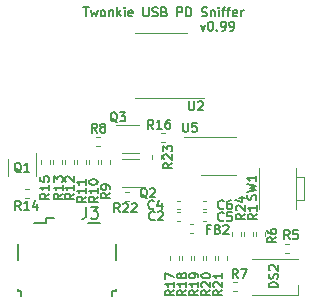
<source format=gto>
%TF.GenerationSoftware,KiCad,Pcbnew,(5.1.7)-1*%
%TF.CreationDate,2020-11-18T22:53:05+01:00*%
%TF.ProjectId,twonkie,74776f6e-6b69-4652-9e6b-696361645f70,rev?*%
%TF.SameCoordinates,PX448d510PY20b3950*%
%TF.FileFunction,Legend,Top*%
%TF.FilePolarity,Positive*%
%FSLAX46Y46*%
G04 Gerber Fmt 4.6, Leading zero omitted, Abs format (unit mm)*
G04 Created by KiCad (PCBNEW (5.1.7)-1) date 2020-11-18 22:53:05*
%MOMM*%
%LPD*%
G01*
G04 APERTURE LIST*
%ADD10C,0.127000*%
%ADD11C,0.150000*%
%ADD12C,0.120000*%
G04 APERTURE END LIST*
D10*
X16654235Y-2122714D02*
X16835664Y-2630714D01*
X17017092Y-2122714D01*
X17452521Y-1868714D02*
X17525092Y-1868714D01*
X17597664Y-1905000D01*
X17633950Y-1941285D01*
X17670235Y-2013857D01*
X17706521Y-2159000D01*
X17706521Y-2340428D01*
X17670235Y-2485571D01*
X17633950Y-2558142D01*
X17597664Y-2594428D01*
X17525092Y-2630714D01*
X17452521Y-2630714D01*
X17379950Y-2594428D01*
X17343664Y-2558142D01*
X17307378Y-2485571D01*
X17271092Y-2340428D01*
X17271092Y-2159000D01*
X17307378Y-2013857D01*
X17343664Y-1941285D01*
X17379950Y-1905000D01*
X17452521Y-1868714D01*
X18033092Y-2558142D02*
X18069378Y-2594428D01*
X18033092Y-2630714D01*
X17996807Y-2594428D01*
X18033092Y-2558142D01*
X18033092Y-2630714D01*
X18432235Y-2630714D02*
X18577378Y-2630714D01*
X18649950Y-2594428D01*
X18686235Y-2558142D01*
X18758807Y-2449285D01*
X18795092Y-2304142D01*
X18795092Y-2013857D01*
X18758807Y-1941285D01*
X18722521Y-1905000D01*
X18649950Y-1868714D01*
X18504807Y-1868714D01*
X18432235Y-1905000D01*
X18395950Y-1941285D01*
X18359664Y-2013857D01*
X18359664Y-2195285D01*
X18395950Y-2267857D01*
X18432235Y-2304142D01*
X18504807Y-2340428D01*
X18649950Y-2340428D01*
X18722521Y-2304142D01*
X18758807Y-2267857D01*
X18795092Y-2195285D01*
X19157950Y-2630714D02*
X19303092Y-2630714D01*
X19375664Y-2594428D01*
X19411950Y-2558142D01*
X19484521Y-2449285D01*
X19520807Y-2304142D01*
X19520807Y-2013857D01*
X19484521Y-1941285D01*
X19448235Y-1905000D01*
X19375664Y-1868714D01*
X19230521Y-1868714D01*
X19157950Y-1905000D01*
X19121664Y-1941285D01*
X19085378Y-2013857D01*
X19085378Y-2195285D01*
X19121664Y-2267857D01*
X19157950Y-2304142D01*
X19230521Y-2340428D01*
X19375664Y-2340428D01*
X19448235Y-2304142D01*
X19484521Y-2267857D01*
X19520807Y-2195285D01*
X6740071Y-662214D02*
X7175500Y-662214D01*
X6957785Y-1424214D02*
X6957785Y-662214D01*
X7356928Y-916214D02*
X7502071Y-1424214D01*
X7647214Y-1061357D01*
X7792357Y-1424214D01*
X7937500Y-916214D01*
X8336642Y-1424214D02*
X8264071Y-1387928D01*
X8227785Y-1351642D01*
X8191500Y-1279071D01*
X8191500Y-1061357D01*
X8227785Y-988785D01*
X8264071Y-952500D01*
X8336642Y-916214D01*
X8445500Y-916214D01*
X8518071Y-952500D01*
X8554357Y-988785D01*
X8590642Y-1061357D01*
X8590642Y-1279071D01*
X8554357Y-1351642D01*
X8518071Y-1387928D01*
X8445500Y-1424214D01*
X8336642Y-1424214D01*
X8917214Y-916214D02*
X8917214Y-1424214D01*
X8917214Y-988785D02*
X8953500Y-952500D01*
X9026071Y-916214D01*
X9134928Y-916214D01*
X9207500Y-952500D01*
X9243785Y-1025071D01*
X9243785Y-1424214D01*
X9606642Y-1424214D02*
X9606642Y-662214D01*
X9679214Y-1133928D02*
X9896928Y-1424214D01*
X9896928Y-916214D02*
X9606642Y-1206500D01*
X10223500Y-1424214D02*
X10223500Y-916214D01*
X10223500Y-662214D02*
X10187214Y-698500D01*
X10223500Y-734785D01*
X10259785Y-698500D01*
X10223500Y-662214D01*
X10223500Y-734785D01*
X10876642Y-1387928D02*
X10804071Y-1424214D01*
X10658928Y-1424214D01*
X10586357Y-1387928D01*
X10550071Y-1315357D01*
X10550071Y-1025071D01*
X10586357Y-952500D01*
X10658928Y-916214D01*
X10804071Y-916214D01*
X10876642Y-952500D01*
X10912928Y-1025071D01*
X10912928Y-1097642D01*
X10550071Y-1170214D01*
X11820071Y-662214D02*
X11820071Y-1279071D01*
X11856357Y-1351642D01*
X11892642Y-1387928D01*
X11965214Y-1424214D01*
X12110357Y-1424214D01*
X12182928Y-1387928D01*
X12219214Y-1351642D01*
X12255500Y-1279071D01*
X12255500Y-662214D01*
X12582071Y-1387928D02*
X12690928Y-1424214D01*
X12872357Y-1424214D01*
X12944928Y-1387928D01*
X12981214Y-1351642D01*
X13017500Y-1279071D01*
X13017500Y-1206500D01*
X12981214Y-1133928D01*
X12944928Y-1097642D01*
X12872357Y-1061357D01*
X12727214Y-1025071D01*
X12654642Y-988785D01*
X12618357Y-952500D01*
X12582071Y-879928D01*
X12582071Y-807357D01*
X12618357Y-734785D01*
X12654642Y-698500D01*
X12727214Y-662214D01*
X12908642Y-662214D01*
X13017500Y-698500D01*
X13598071Y-1025071D02*
X13706928Y-1061357D01*
X13743214Y-1097642D01*
X13779500Y-1170214D01*
X13779500Y-1279071D01*
X13743214Y-1351642D01*
X13706928Y-1387928D01*
X13634357Y-1424214D01*
X13344071Y-1424214D01*
X13344071Y-662214D01*
X13598071Y-662214D01*
X13670642Y-698500D01*
X13706928Y-734785D01*
X13743214Y-807357D01*
X13743214Y-879928D01*
X13706928Y-952500D01*
X13670642Y-988785D01*
X13598071Y-1025071D01*
X13344071Y-1025071D01*
X14686642Y-1424214D02*
X14686642Y-662214D01*
X14976928Y-662214D01*
X15049500Y-698500D01*
X15085785Y-734785D01*
X15122071Y-807357D01*
X15122071Y-916214D01*
X15085785Y-988785D01*
X15049500Y-1025071D01*
X14976928Y-1061357D01*
X14686642Y-1061357D01*
X15448642Y-1424214D02*
X15448642Y-662214D01*
X15630071Y-662214D01*
X15738928Y-698500D01*
X15811500Y-771071D01*
X15847785Y-843642D01*
X15884071Y-988785D01*
X15884071Y-1097642D01*
X15847785Y-1242785D01*
X15811500Y-1315357D01*
X15738928Y-1387928D01*
X15630071Y-1424214D01*
X15448642Y-1424214D01*
X16754928Y-1387928D02*
X16863785Y-1424214D01*
X17045214Y-1424214D01*
X17117785Y-1387928D01*
X17154071Y-1351642D01*
X17190357Y-1279071D01*
X17190357Y-1206500D01*
X17154071Y-1133928D01*
X17117785Y-1097642D01*
X17045214Y-1061357D01*
X16900071Y-1025071D01*
X16827500Y-988785D01*
X16791214Y-952500D01*
X16754928Y-879928D01*
X16754928Y-807357D01*
X16791214Y-734785D01*
X16827500Y-698500D01*
X16900071Y-662214D01*
X17081500Y-662214D01*
X17190357Y-698500D01*
X17516928Y-916214D02*
X17516928Y-1424214D01*
X17516928Y-988785D02*
X17553214Y-952500D01*
X17625785Y-916214D01*
X17734642Y-916214D01*
X17807214Y-952500D01*
X17843500Y-1025071D01*
X17843500Y-1424214D01*
X18206357Y-1424214D02*
X18206357Y-916214D01*
X18206357Y-662214D02*
X18170071Y-698500D01*
X18206357Y-734785D01*
X18242642Y-698500D01*
X18206357Y-662214D01*
X18206357Y-734785D01*
X18460357Y-916214D02*
X18750642Y-916214D01*
X18569214Y-1424214D02*
X18569214Y-771071D01*
X18605500Y-698500D01*
X18678071Y-662214D01*
X18750642Y-662214D01*
X18895785Y-916214D02*
X19186071Y-916214D01*
X19004642Y-1424214D02*
X19004642Y-771071D01*
X19040928Y-698500D01*
X19113500Y-662214D01*
X19186071Y-662214D01*
X19730357Y-1387928D02*
X19657785Y-1424214D01*
X19512642Y-1424214D01*
X19440071Y-1387928D01*
X19403785Y-1315357D01*
X19403785Y-1025071D01*
X19440071Y-952500D01*
X19512642Y-916214D01*
X19657785Y-916214D01*
X19730357Y-952500D01*
X19766642Y-1025071D01*
X19766642Y-1097642D01*
X19403785Y-1170214D01*
X20093214Y-1424214D02*
X20093214Y-916214D01*
X20093214Y-1061357D02*
X20129500Y-988785D01*
X20165785Y-952500D01*
X20238357Y-916214D01*
X20310928Y-916214D01*
D11*
%TO.C,J3*%
X7134000Y-18936000D02*
X8134000Y-18936000D01*
X3534000Y-18936000D02*
X2534000Y-18936000D01*
X3534000Y-18511000D02*
X3534000Y-18936000D01*
X4259000Y-18511000D02*
X3534000Y-18511000D01*
X9484000Y-22086000D02*
X9484000Y-20686000D01*
X9484000Y-24636000D02*
X9484000Y-24486000D01*
X9184000Y-24636000D02*
X9484000Y-24636000D01*
X9184000Y-25086000D02*
X9184000Y-24636000D01*
X1484000Y-24636000D02*
X1484000Y-25086000D01*
X1184000Y-24636000D02*
X1484000Y-24636000D01*
X1184000Y-24486000D02*
X1184000Y-24636000D01*
X1184000Y-20686000D02*
X1184000Y-22086000D01*
D12*
%TO.C,R24*%
X19305000Y-20043121D02*
X19305000Y-19707879D01*
X20065000Y-20043121D02*
X20065000Y-19707879D01*
%TO.C,U2*%
X13335000Y-8323000D02*
X16935000Y-8323000D01*
X13335000Y-8323000D02*
X11135000Y-8323000D01*
X13335000Y-2853000D02*
X15535000Y-2853000D01*
X13335000Y-2853000D02*
X11135000Y-2853000D01*
%TO.C,Q3*%
X11431500Y-10651000D02*
X9531500Y-10651000D01*
X10031500Y-12971000D02*
X11431500Y-12971000D01*
%TO.C,C2*%
X14641565Y-18016900D02*
X14873235Y-18016900D01*
X14641565Y-18736900D02*
X14873235Y-18736900D01*
%TO.C,C4*%
X14641565Y-17013600D02*
X14873235Y-17013600D01*
X14641565Y-17733600D02*
X14873235Y-17733600D01*
%TO.C,R14*%
X1800879Y-16003000D02*
X2136121Y-16003000D01*
X1800879Y-16763000D02*
X2136121Y-16763000D01*
%TO.C,R16*%
X13294379Y-11304000D02*
X13629621Y-11304000D01*
X13294379Y-12064000D02*
X13629621Y-12064000D01*
%TO.C,SW1*%
X24727500Y-14252000D02*
X24727500Y-17752000D01*
X21627500Y-17752000D02*
X21627500Y-14252000D01*
X25377500Y-16952000D02*
X24727500Y-16952000D01*
X25377500Y-15052000D02*
X25377500Y-16952000D01*
X24727500Y-15052000D02*
X25377500Y-15052000D01*
%TO.C,U5*%
X18161000Y-14818000D02*
X19661000Y-14818000D01*
X18161000Y-14818000D02*
X16661000Y-14818000D01*
X18161000Y-11598000D02*
X19661000Y-11598000D01*
X18161000Y-11598000D02*
X15236000Y-11598000D01*
%TO.C,R23*%
X13334000Y-13167379D02*
X13334000Y-13502621D01*
X12574000Y-13167379D02*
X12574000Y-13502621D01*
%TO.C,R22*%
X10581621Y-17017000D02*
X10246379Y-17017000D01*
X10581621Y-16257000D02*
X10246379Y-16257000D01*
%TO.C,R21*%
X18858500Y-21739879D02*
X18858500Y-22075121D01*
X18098500Y-21739879D02*
X18098500Y-22075121D01*
%TO.C,R20*%
X17842500Y-21739879D02*
X17842500Y-22075121D01*
X17082500Y-21739879D02*
X17082500Y-22075121D01*
%TO.C,R19*%
X16826500Y-21739879D02*
X16826500Y-22075121D01*
X16066500Y-21739879D02*
X16066500Y-22075121D01*
%TO.C,R18*%
X15810500Y-21739879D02*
X15810500Y-22075121D01*
X15050500Y-21739879D02*
X15050500Y-22075121D01*
%TO.C,R17*%
X14794500Y-21739879D02*
X14794500Y-22075121D01*
X14034500Y-21739879D02*
X14034500Y-22075121D01*
%TO.C,R15*%
X3872500Y-13548379D02*
X3872500Y-13883621D01*
X3112500Y-13548379D02*
X3112500Y-13883621D01*
%TO.C,R13*%
X4128500Y-13883621D02*
X4128500Y-13548379D01*
X4888500Y-13883621D02*
X4888500Y-13548379D01*
%TO.C,R12*%
X5144500Y-13883621D02*
X5144500Y-13548379D01*
X5904500Y-13883621D02*
X5904500Y-13548379D01*
%TO.C,R11*%
X6160500Y-13883621D02*
X6160500Y-13548379D01*
X6920500Y-13883621D02*
X6920500Y-13548379D01*
%TO.C,R10*%
X7176500Y-13883621D02*
X7176500Y-13548379D01*
X7936500Y-13883621D02*
X7936500Y-13548379D01*
%TO.C,R9*%
X8192500Y-13883621D02*
X8192500Y-13548379D01*
X8952500Y-13883621D02*
X8952500Y-13548379D01*
%TO.C,R8*%
X8105121Y-12381500D02*
X7769879Y-12381500D01*
X8105121Y-11621500D02*
X7769879Y-11621500D01*
%TO.C,R7*%
X19725621Y-24637000D02*
X19390379Y-24637000D01*
X19725621Y-23877000D02*
X19390379Y-23877000D01*
%TO.C,R6*%
X21337000Y-20043121D02*
X21337000Y-19707879D01*
X22097000Y-20043121D02*
X22097000Y-19707879D01*
%TO.C,R5*%
X24170621Y-21462000D02*
X23835379Y-21462000D01*
X24170621Y-20702000D02*
X23835379Y-20702000D01*
%TO.C,R1*%
X21081000Y-19707879D02*
X21081000Y-20043121D01*
X20321000Y-19707879D02*
X20321000Y-20043121D01*
%TO.C,Q2*%
X10031500Y-15828500D02*
X11931500Y-15828500D01*
X11431500Y-13508500D02*
X10031500Y-13508500D01*
%TO.C,Q1*%
X2684000Y-14924000D02*
X2684000Y-13024000D01*
X364000Y-13524000D02*
X364000Y-14924000D01*
%TO.C,FB2*%
X15774800Y-19032900D02*
X15975200Y-19032900D01*
X15774800Y-19752900D02*
X15975200Y-19752900D01*
%TO.C,DS2*%
X24937000Y-24195000D02*
X24937000Y-24995000D01*
X24937000Y-24995000D02*
X21037000Y-24995000D01*
X24937000Y-21995000D02*
X21037000Y-21995000D01*
%TO.C,C6*%
X17108435Y-17733600D02*
X16876765Y-17733600D01*
X17108435Y-17013600D02*
X16876765Y-17013600D01*
%TO.C,C5*%
X17108435Y-18736900D02*
X16876765Y-18736900D01*
X17108435Y-18016900D02*
X16876765Y-18016900D01*
%TO.C,J3*%
D11*
X6969166Y-17549880D02*
X6969166Y-18264166D01*
X6921547Y-18407023D01*
X6826309Y-18502261D01*
X6683452Y-18549880D01*
X6588214Y-18549880D01*
X7350119Y-17549880D02*
X7969166Y-17549880D01*
X7635833Y-17930833D01*
X7778690Y-17930833D01*
X7873928Y-17978452D01*
X7921547Y-18026071D01*
X7969166Y-18121309D01*
X7969166Y-18359404D01*
X7921547Y-18454642D01*
X7873928Y-18502261D01*
X7778690Y-18549880D01*
X7492976Y-18549880D01*
X7397738Y-18502261D01*
X7350119Y-18454642D01*
%TO.C,R24*%
D10*
X20410714Y-18142857D02*
X20047857Y-18396857D01*
X20410714Y-18578285D02*
X19648714Y-18578285D01*
X19648714Y-18288000D01*
X19685000Y-18215428D01*
X19721285Y-18179142D01*
X19793857Y-18142857D01*
X19902714Y-18142857D01*
X19975285Y-18179142D01*
X20011571Y-18215428D01*
X20047857Y-18288000D01*
X20047857Y-18578285D01*
X19721285Y-17852571D02*
X19685000Y-17816285D01*
X19648714Y-17743714D01*
X19648714Y-17562285D01*
X19685000Y-17489714D01*
X19721285Y-17453428D01*
X19793857Y-17417142D01*
X19866428Y-17417142D01*
X19975285Y-17453428D01*
X20410714Y-17888857D01*
X20410714Y-17417142D01*
X19902714Y-16764000D02*
X20410714Y-16764000D01*
X19612428Y-16945428D02*
X20156714Y-17126857D01*
X20156714Y-16655142D01*
%TO.C,U2*%
X15675428Y-8599714D02*
X15675428Y-9216571D01*
X15711714Y-9289142D01*
X15748000Y-9325428D01*
X15820571Y-9361714D01*
X15965714Y-9361714D01*
X16038285Y-9325428D01*
X16074571Y-9289142D01*
X16110857Y-9216571D01*
X16110857Y-8599714D01*
X16437428Y-8672285D02*
X16473714Y-8636000D01*
X16546285Y-8599714D01*
X16727714Y-8599714D01*
X16800285Y-8636000D01*
X16836571Y-8672285D01*
X16872857Y-8744857D01*
X16872857Y-8817428D01*
X16836571Y-8926285D01*
X16401142Y-9361714D01*
X16872857Y-9361714D01*
%TO.C,*%
D11*
%TO.C,Q3*%
D10*
X9579428Y-10386785D02*
X9506857Y-10350500D01*
X9434285Y-10277928D01*
X9325428Y-10169071D01*
X9252857Y-10132785D01*
X9180285Y-10132785D01*
X9216571Y-10314214D02*
X9144000Y-10277928D01*
X9071428Y-10205357D01*
X9035142Y-10060214D01*
X9035142Y-9806214D01*
X9071428Y-9661071D01*
X9144000Y-9588500D01*
X9216571Y-9552214D01*
X9361714Y-9552214D01*
X9434285Y-9588500D01*
X9506857Y-9661071D01*
X9543142Y-9806214D01*
X9543142Y-10060214D01*
X9506857Y-10205357D01*
X9434285Y-10277928D01*
X9361714Y-10314214D01*
X9216571Y-10314214D01*
X9797142Y-9552214D02*
X10268857Y-9552214D01*
X10014857Y-9842500D01*
X10123714Y-9842500D01*
X10196285Y-9878785D01*
X10232571Y-9915071D01*
X10268857Y-9987642D01*
X10268857Y-10169071D01*
X10232571Y-10241642D01*
X10196285Y-10277928D01*
X10123714Y-10314214D01*
X9906000Y-10314214D01*
X9833428Y-10277928D01*
X9797142Y-10241642D01*
%TO.C,C2*%
X12763500Y-18623642D02*
X12727214Y-18659928D01*
X12618357Y-18696214D01*
X12545785Y-18696214D01*
X12436928Y-18659928D01*
X12364357Y-18587357D01*
X12328071Y-18514785D01*
X12291785Y-18369642D01*
X12291785Y-18260785D01*
X12328071Y-18115642D01*
X12364357Y-18043071D01*
X12436928Y-17970500D01*
X12545785Y-17934214D01*
X12618357Y-17934214D01*
X12727214Y-17970500D01*
X12763500Y-18006785D01*
X13053785Y-18006785D02*
X13090071Y-17970500D01*
X13162642Y-17934214D01*
X13344071Y-17934214D01*
X13416642Y-17970500D01*
X13452928Y-18006785D01*
X13489214Y-18079357D01*
X13489214Y-18151928D01*
X13452928Y-18260785D01*
X13017500Y-18696214D01*
X13489214Y-18696214D01*
%TO.C,C4*%
X12700000Y-17671142D02*
X12663714Y-17707428D01*
X12554857Y-17743714D01*
X12482285Y-17743714D01*
X12373428Y-17707428D01*
X12300857Y-17634857D01*
X12264571Y-17562285D01*
X12228285Y-17417142D01*
X12228285Y-17308285D01*
X12264571Y-17163142D01*
X12300857Y-17090571D01*
X12373428Y-17018000D01*
X12482285Y-16981714D01*
X12554857Y-16981714D01*
X12663714Y-17018000D01*
X12700000Y-17054285D01*
X13353142Y-17235714D02*
X13353142Y-17743714D01*
X13171714Y-16945428D02*
X12990285Y-17489714D01*
X13462000Y-17489714D01*
%TO.C,R14*%
X1415142Y-17807214D02*
X1161142Y-17444357D01*
X979714Y-17807214D02*
X979714Y-17045214D01*
X1270000Y-17045214D01*
X1342571Y-17081500D01*
X1378857Y-17117785D01*
X1415142Y-17190357D01*
X1415142Y-17299214D01*
X1378857Y-17371785D01*
X1342571Y-17408071D01*
X1270000Y-17444357D01*
X979714Y-17444357D01*
X2140857Y-17807214D02*
X1705428Y-17807214D01*
X1923142Y-17807214D02*
X1923142Y-17045214D01*
X1850571Y-17154071D01*
X1778000Y-17226642D01*
X1705428Y-17262928D01*
X2794000Y-17299214D02*
X2794000Y-17807214D01*
X2612571Y-17008928D02*
X2431142Y-17553214D01*
X2902857Y-17553214D01*
%TO.C,R16*%
X12654642Y-10949214D02*
X12400642Y-10586357D01*
X12219214Y-10949214D02*
X12219214Y-10187214D01*
X12509500Y-10187214D01*
X12582071Y-10223500D01*
X12618357Y-10259785D01*
X12654642Y-10332357D01*
X12654642Y-10441214D01*
X12618357Y-10513785D01*
X12582071Y-10550071D01*
X12509500Y-10586357D01*
X12219214Y-10586357D01*
X13380357Y-10949214D02*
X12944928Y-10949214D01*
X13162642Y-10949214D02*
X13162642Y-10187214D01*
X13090071Y-10296071D01*
X13017500Y-10368642D01*
X12944928Y-10404928D01*
X14033500Y-10187214D02*
X13888357Y-10187214D01*
X13815785Y-10223500D01*
X13779500Y-10259785D01*
X13706928Y-10368642D01*
X13670642Y-10513785D01*
X13670642Y-10804071D01*
X13706928Y-10876642D01*
X13743214Y-10912928D01*
X13815785Y-10949214D01*
X13960928Y-10949214D01*
X14033500Y-10912928D01*
X14069785Y-10876642D01*
X14106071Y-10804071D01*
X14106071Y-10622642D01*
X14069785Y-10550071D01*
X14033500Y-10513785D01*
X13960928Y-10477500D01*
X13815785Y-10477500D01*
X13743214Y-10513785D01*
X13706928Y-10550071D01*
X13670642Y-10622642D01*
%TO.C,SW1*%
X21326928Y-16954500D02*
X21363214Y-16845642D01*
X21363214Y-16664214D01*
X21326928Y-16591642D01*
X21290642Y-16555357D01*
X21218071Y-16519071D01*
X21145500Y-16519071D01*
X21072928Y-16555357D01*
X21036642Y-16591642D01*
X21000357Y-16664214D01*
X20964071Y-16809357D01*
X20927785Y-16881928D01*
X20891500Y-16918214D01*
X20818928Y-16954500D01*
X20746357Y-16954500D01*
X20673785Y-16918214D01*
X20637500Y-16881928D01*
X20601214Y-16809357D01*
X20601214Y-16627928D01*
X20637500Y-16519071D01*
X20601214Y-16265071D02*
X21363214Y-16083642D01*
X20818928Y-15938500D01*
X21363214Y-15793357D01*
X20601214Y-15611928D01*
X21363214Y-14922500D02*
X21363214Y-15357928D01*
X21363214Y-15140214D02*
X20601214Y-15140214D01*
X20710071Y-15212785D01*
X20782642Y-15285357D01*
X20818928Y-15357928D01*
%TO.C,U5*%
X15167428Y-10441214D02*
X15167428Y-11058071D01*
X15203714Y-11130642D01*
X15240000Y-11166928D01*
X15312571Y-11203214D01*
X15457714Y-11203214D01*
X15530285Y-11166928D01*
X15566571Y-11130642D01*
X15602857Y-11058071D01*
X15602857Y-10441214D01*
X16328571Y-10441214D02*
X15965714Y-10441214D01*
X15929428Y-10804071D01*
X15965714Y-10767785D01*
X16038285Y-10731500D01*
X16219714Y-10731500D01*
X16292285Y-10767785D01*
X16328571Y-10804071D01*
X16364857Y-10876642D01*
X16364857Y-11058071D01*
X16328571Y-11130642D01*
X16292285Y-11166928D01*
X16219714Y-11203214D01*
X16038285Y-11203214D01*
X15965714Y-11166928D01*
X15929428Y-11130642D01*
%TO.C,R23*%
X14251214Y-13824857D02*
X13888357Y-14078857D01*
X14251214Y-14260285D02*
X13489214Y-14260285D01*
X13489214Y-13970000D01*
X13525500Y-13897428D01*
X13561785Y-13861142D01*
X13634357Y-13824857D01*
X13743214Y-13824857D01*
X13815785Y-13861142D01*
X13852071Y-13897428D01*
X13888357Y-13970000D01*
X13888357Y-14260285D01*
X13561785Y-13534571D02*
X13525500Y-13498285D01*
X13489214Y-13425714D01*
X13489214Y-13244285D01*
X13525500Y-13171714D01*
X13561785Y-13135428D01*
X13634357Y-13099142D01*
X13706928Y-13099142D01*
X13815785Y-13135428D01*
X14251214Y-13570857D01*
X14251214Y-13099142D01*
X13489214Y-12845142D02*
X13489214Y-12373428D01*
X13779500Y-12627428D01*
X13779500Y-12518571D01*
X13815785Y-12446000D01*
X13852071Y-12409714D01*
X13924642Y-12373428D01*
X14106071Y-12373428D01*
X14178642Y-12409714D01*
X14214928Y-12446000D01*
X14251214Y-12518571D01*
X14251214Y-12736285D01*
X14214928Y-12808857D01*
X14178642Y-12845142D01*
%TO.C,R22*%
X9797142Y-17997714D02*
X9543142Y-17634857D01*
X9361714Y-17997714D02*
X9361714Y-17235714D01*
X9652000Y-17235714D01*
X9724571Y-17272000D01*
X9760857Y-17308285D01*
X9797142Y-17380857D01*
X9797142Y-17489714D01*
X9760857Y-17562285D01*
X9724571Y-17598571D01*
X9652000Y-17634857D01*
X9361714Y-17634857D01*
X10087428Y-17308285D02*
X10123714Y-17272000D01*
X10196285Y-17235714D01*
X10377714Y-17235714D01*
X10450285Y-17272000D01*
X10486571Y-17308285D01*
X10522857Y-17380857D01*
X10522857Y-17453428D01*
X10486571Y-17562285D01*
X10051142Y-17997714D01*
X10522857Y-17997714D01*
X10813142Y-17308285D02*
X10849428Y-17272000D01*
X10922000Y-17235714D01*
X11103428Y-17235714D01*
X11176000Y-17272000D01*
X11212285Y-17308285D01*
X11248571Y-17380857D01*
X11248571Y-17453428D01*
X11212285Y-17562285D01*
X10776857Y-17997714D01*
X11248571Y-17997714D01*
%TO.C,R21*%
X18505714Y-24619857D02*
X18142857Y-24873857D01*
X18505714Y-25055285D02*
X17743714Y-25055285D01*
X17743714Y-24765000D01*
X17780000Y-24692428D01*
X17816285Y-24656142D01*
X17888857Y-24619857D01*
X17997714Y-24619857D01*
X18070285Y-24656142D01*
X18106571Y-24692428D01*
X18142857Y-24765000D01*
X18142857Y-25055285D01*
X17816285Y-24329571D02*
X17780000Y-24293285D01*
X17743714Y-24220714D01*
X17743714Y-24039285D01*
X17780000Y-23966714D01*
X17816285Y-23930428D01*
X17888857Y-23894142D01*
X17961428Y-23894142D01*
X18070285Y-23930428D01*
X18505714Y-24365857D01*
X18505714Y-23894142D01*
X18505714Y-23168428D02*
X18505714Y-23603857D01*
X18505714Y-23386142D02*
X17743714Y-23386142D01*
X17852571Y-23458714D01*
X17925142Y-23531285D01*
X17961428Y-23603857D01*
%TO.C,R20*%
X17489714Y-24619857D02*
X17126857Y-24873857D01*
X17489714Y-25055285D02*
X16727714Y-25055285D01*
X16727714Y-24765000D01*
X16764000Y-24692428D01*
X16800285Y-24656142D01*
X16872857Y-24619857D01*
X16981714Y-24619857D01*
X17054285Y-24656142D01*
X17090571Y-24692428D01*
X17126857Y-24765000D01*
X17126857Y-25055285D01*
X16800285Y-24329571D02*
X16764000Y-24293285D01*
X16727714Y-24220714D01*
X16727714Y-24039285D01*
X16764000Y-23966714D01*
X16800285Y-23930428D01*
X16872857Y-23894142D01*
X16945428Y-23894142D01*
X17054285Y-23930428D01*
X17489714Y-24365857D01*
X17489714Y-23894142D01*
X16727714Y-23422428D02*
X16727714Y-23349857D01*
X16764000Y-23277285D01*
X16800285Y-23241000D01*
X16872857Y-23204714D01*
X17018000Y-23168428D01*
X17199428Y-23168428D01*
X17344571Y-23204714D01*
X17417142Y-23241000D01*
X17453428Y-23277285D01*
X17489714Y-23349857D01*
X17489714Y-23422428D01*
X17453428Y-23495000D01*
X17417142Y-23531285D01*
X17344571Y-23567571D01*
X17199428Y-23603857D01*
X17018000Y-23603857D01*
X16872857Y-23567571D01*
X16800285Y-23531285D01*
X16764000Y-23495000D01*
X16727714Y-23422428D01*
%TO.C,R19*%
X16473714Y-24619857D02*
X16110857Y-24873857D01*
X16473714Y-25055285D02*
X15711714Y-25055285D01*
X15711714Y-24765000D01*
X15748000Y-24692428D01*
X15784285Y-24656142D01*
X15856857Y-24619857D01*
X15965714Y-24619857D01*
X16038285Y-24656142D01*
X16074571Y-24692428D01*
X16110857Y-24765000D01*
X16110857Y-25055285D01*
X16473714Y-23894142D02*
X16473714Y-24329571D01*
X16473714Y-24111857D02*
X15711714Y-24111857D01*
X15820571Y-24184428D01*
X15893142Y-24257000D01*
X15929428Y-24329571D01*
X16473714Y-23531285D02*
X16473714Y-23386142D01*
X16437428Y-23313571D01*
X16401142Y-23277285D01*
X16292285Y-23204714D01*
X16147142Y-23168428D01*
X15856857Y-23168428D01*
X15784285Y-23204714D01*
X15748000Y-23241000D01*
X15711714Y-23313571D01*
X15711714Y-23458714D01*
X15748000Y-23531285D01*
X15784285Y-23567571D01*
X15856857Y-23603857D01*
X16038285Y-23603857D01*
X16110857Y-23567571D01*
X16147142Y-23531285D01*
X16183428Y-23458714D01*
X16183428Y-23313571D01*
X16147142Y-23241000D01*
X16110857Y-23204714D01*
X16038285Y-23168428D01*
%TO.C,R18*%
X15457714Y-24619857D02*
X15094857Y-24873857D01*
X15457714Y-25055285D02*
X14695714Y-25055285D01*
X14695714Y-24765000D01*
X14732000Y-24692428D01*
X14768285Y-24656142D01*
X14840857Y-24619857D01*
X14949714Y-24619857D01*
X15022285Y-24656142D01*
X15058571Y-24692428D01*
X15094857Y-24765000D01*
X15094857Y-25055285D01*
X15457714Y-23894142D02*
X15457714Y-24329571D01*
X15457714Y-24111857D02*
X14695714Y-24111857D01*
X14804571Y-24184428D01*
X14877142Y-24257000D01*
X14913428Y-24329571D01*
X15022285Y-23458714D02*
X14986000Y-23531285D01*
X14949714Y-23567571D01*
X14877142Y-23603857D01*
X14840857Y-23603857D01*
X14768285Y-23567571D01*
X14732000Y-23531285D01*
X14695714Y-23458714D01*
X14695714Y-23313571D01*
X14732000Y-23241000D01*
X14768285Y-23204714D01*
X14840857Y-23168428D01*
X14877142Y-23168428D01*
X14949714Y-23204714D01*
X14986000Y-23241000D01*
X15022285Y-23313571D01*
X15022285Y-23458714D01*
X15058571Y-23531285D01*
X15094857Y-23567571D01*
X15167428Y-23603857D01*
X15312571Y-23603857D01*
X15385142Y-23567571D01*
X15421428Y-23531285D01*
X15457714Y-23458714D01*
X15457714Y-23313571D01*
X15421428Y-23241000D01*
X15385142Y-23204714D01*
X15312571Y-23168428D01*
X15167428Y-23168428D01*
X15094857Y-23204714D01*
X15058571Y-23241000D01*
X15022285Y-23313571D01*
%TO.C,R17*%
X14441714Y-24619857D02*
X14078857Y-24873857D01*
X14441714Y-25055285D02*
X13679714Y-25055285D01*
X13679714Y-24765000D01*
X13716000Y-24692428D01*
X13752285Y-24656142D01*
X13824857Y-24619857D01*
X13933714Y-24619857D01*
X14006285Y-24656142D01*
X14042571Y-24692428D01*
X14078857Y-24765000D01*
X14078857Y-25055285D01*
X14441714Y-23894142D02*
X14441714Y-24329571D01*
X14441714Y-24111857D02*
X13679714Y-24111857D01*
X13788571Y-24184428D01*
X13861142Y-24257000D01*
X13897428Y-24329571D01*
X13679714Y-23640142D02*
X13679714Y-23132142D01*
X14441714Y-23458714D01*
%TO.C,R15*%
X3837214Y-16428357D02*
X3474357Y-16682357D01*
X3837214Y-16863785D02*
X3075214Y-16863785D01*
X3075214Y-16573500D01*
X3111500Y-16500928D01*
X3147785Y-16464642D01*
X3220357Y-16428357D01*
X3329214Y-16428357D01*
X3401785Y-16464642D01*
X3438071Y-16500928D01*
X3474357Y-16573500D01*
X3474357Y-16863785D01*
X3837214Y-15702642D02*
X3837214Y-16138071D01*
X3837214Y-15920357D02*
X3075214Y-15920357D01*
X3184071Y-15992928D01*
X3256642Y-16065500D01*
X3292928Y-16138071D01*
X3075214Y-15013214D02*
X3075214Y-15376071D01*
X3438071Y-15412357D01*
X3401785Y-15376071D01*
X3365500Y-15303500D01*
X3365500Y-15122071D01*
X3401785Y-15049500D01*
X3438071Y-15013214D01*
X3510642Y-14976928D01*
X3692071Y-14976928D01*
X3764642Y-15013214D01*
X3800928Y-15049500D01*
X3837214Y-15122071D01*
X3837214Y-15303500D01*
X3800928Y-15376071D01*
X3764642Y-15412357D01*
%TO.C,R13*%
X4980214Y-16428357D02*
X4617357Y-16682357D01*
X4980214Y-16863785D02*
X4218214Y-16863785D01*
X4218214Y-16573500D01*
X4254500Y-16500928D01*
X4290785Y-16464642D01*
X4363357Y-16428357D01*
X4472214Y-16428357D01*
X4544785Y-16464642D01*
X4581071Y-16500928D01*
X4617357Y-16573500D01*
X4617357Y-16863785D01*
X4980214Y-15702642D02*
X4980214Y-16138071D01*
X4980214Y-15920357D02*
X4218214Y-15920357D01*
X4327071Y-15992928D01*
X4399642Y-16065500D01*
X4435928Y-16138071D01*
X4218214Y-15448642D02*
X4218214Y-14976928D01*
X4508500Y-15230928D01*
X4508500Y-15122071D01*
X4544785Y-15049500D01*
X4581071Y-15013214D01*
X4653642Y-14976928D01*
X4835071Y-14976928D01*
X4907642Y-15013214D01*
X4943928Y-15049500D01*
X4980214Y-15122071D01*
X4980214Y-15339785D01*
X4943928Y-15412357D01*
X4907642Y-15448642D01*
%TO.C,R12*%
X5932714Y-16428357D02*
X5569857Y-16682357D01*
X5932714Y-16863785D02*
X5170714Y-16863785D01*
X5170714Y-16573500D01*
X5207000Y-16500928D01*
X5243285Y-16464642D01*
X5315857Y-16428357D01*
X5424714Y-16428357D01*
X5497285Y-16464642D01*
X5533571Y-16500928D01*
X5569857Y-16573500D01*
X5569857Y-16863785D01*
X5932714Y-15702642D02*
X5932714Y-16138071D01*
X5932714Y-15920357D02*
X5170714Y-15920357D01*
X5279571Y-15992928D01*
X5352142Y-16065500D01*
X5388428Y-16138071D01*
X5243285Y-15412357D02*
X5207000Y-15376071D01*
X5170714Y-15303500D01*
X5170714Y-15122071D01*
X5207000Y-15049500D01*
X5243285Y-15013214D01*
X5315857Y-14976928D01*
X5388428Y-14976928D01*
X5497285Y-15013214D01*
X5932714Y-15448642D01*
X5932714Y-14976928D01*
%TO.C,R11*%
X6948714Y-16682357D02*
X6585857Y-16936357D01*
X6948714Y-17117785D02*
X6186714Y-17117785D01*
X6186714Y-16827500D01*
X6223000Y-16754928D01*
X6259285Y-16718642D01*
X6331857Y-16682357D01*
X6440714Y-16682357D01*
X6513285Y-16718642D01*
X6549571Y-16754928D01*
X6585857Y-16827500D01*
X6585857Y-17117785D01*
X6948714Y-15956642D02*
X6948714Y-16392071D01*
X6948714Y-16174357D02*
X6186714Y-16174357D01*
X6295571Y-16246928D01*
X6368142Y-16319500D01*
X6404428Y-16392071D01*
X6948714Y-15230928D02*
X6948714Y-15666357D01*
X6948714Y-15448642D02*
X6186714Y-15448642D01*
X6295571Y-15521214D01*
X6368142Y-15593785D01*
X6404428Y-15666357D01*
%TO.C,R10*%
X7964714Y-16682357D02*
X7601857Y-16936357D01*
X7964714Y-17117785D02*
X7202714Y-17117785D01*
X7202714Y-16827500D01*
X7239000Y-16754928D01*
X7275285Y-16718642D01*
X7347857Y-16682357D01*
X7456714Y-16682357D01*
X7529285Y-16718642D01*
X7565571Y-16754928D01*
X7601857Y-16827500D01*
X7601857Y-17117785D01*
X7964714Y-15956642D02*
X7964714Y-16392071D01*
X7964714Y-16174357D02*
X7202714Y-16174357D01*
X7311571Y-16246928D01*
X7384142Y-16319500D01*
X7420428Y-16392071D01*
X7202714Y-15484928D02*
X7202714Y-15412357D01*
X7239000Y-15339785D01*
X7275285Y-15303500D01*
X7347857Y-15267214D01*
X7493000Y-15230928D01*
X7674428Y-15230928D01*
X7819571Y-15267214D01*
X7892142Y-15303500D01*
X7928428Y-15339785D01*
X7964714Y-15412357D01*
X7964714Y-15484928D01*
X7928428Y-15557500D01*
X7892142Y-15593785D01*
X7819571Y-15630071D01*
X7674428Y-15666357D01*
X7493000Y-15666357D01*
X7347857Y-15630071D01*
X7275285Y-15593785D01*
X7239000Y-15557500D01*
X7202714Y-15484928D01*
%TO.C,R9*%
X8980714Y-16383000D02*
X8617857Y-16637000D01*
X8980714Y-16818428D02*
X8218714Y-16818428D01*
X8218714Y-16528142D01*
X8255000Y-16455571D01*
X8291285Y-16419285D01*
X8363857Y-16383000D01*
X8472714Y-16383000D01*
X8545285Y-16419285D01*
X8581571Y-16455571D01*
X8617857Y-16528142D01*
X8617857Y-16818428D01*
X8980714Y-16020142D02*
X8980714Y-15875000D01*
X8944428Y-15802428D01*
X8908142Y-15766142D01*
X8799285Y-15693571D01*
X8654142Y-15657285D01*
X8363857Y-15657285D01*
X8291285Y-15693571D01*
X8255000Y-15729857D01*
X8218714Y-15802428D01*
X8218714Y-15947571D01*
X8255000Y-16020142D01*
X8291285Y-16056428D01*
X8363857Y-16092714D01*
X8545285Y-16092714D01*
X8617857Y-16056428D01*
X8654142Y-16020142D01*
X8690428Y-15947571D01*
X8690428Y-15802428D01*
X8654142Y-15729857D01*
X8617857Y-15693571D01*
X8545285Y-15657285D01*
%TO.C,R8*%
X7874000Y-11266714D02*
X7620000Y-10903857D01*
X7438571Y-11266714D02*
X7438571Y-10504714D01*
X7728857Y-10504714D01*
X7801428Y-10541000D01*
X7837714Y-10577285D01*
X7874000Y-10649857D01*
X7874000Y-10758714D01*
X7837714Y-10831285D01*
X7801428Y-10867571D01*
X7728857Y-10903857D01*
X7438571Y-10903857D01*
X8309428Y-10831285D02*
X8236857Y-10795000D01*
X8200571Y-10758714D01*
X8164285Y-10686142D01*
X8164285Y-10649857D01*
X8200571Y-10577285D01*
X8236857Y-10541000D01*
X8309428Y-10504714D01*
X8454571Y-10504714D01*
X8527142Y-10541000D01*
X8563428Y-10577285D01*
X8599714Y-10649857D01*
X8599714Y-10686142D01*
X8563428Y-10758714D01*
X8527142Y-10795000D01*
X8454571Y-10831285D01*
X8309428Y-10831285D01*
X8236857Y-10867571D01*
X8200571Y-10903857D01*
X8164285Y-10976428D01*
X8164285Y-11121571D01*
X8200571Y-11194142D01*
X8236857Y-11230428D01*
X8309428Y-11266714D01*
X8454571Y-11266714D01*
X8527142Y-11230428D01*
X8563428Y-11194142D01*
X8599714Y-11121571D01*
X8599714Y-10976428D01*
X8563428Y-10903857D01*
X8527142Y-10867571D01*
X8454571Y-10831285D01*
%TO.C,R7*%
X19812000Y-23585714D02*
X19558000Y-23222857D01*
X19376571Y-23585714D02*
X19376571Y-22823714D01*
X19666857Y-22823714D01*
X19739428Y-22860000D01*
X19775714Y-22896285D01*
X19812000Y-22968857D01*
X19812000Y-23077714D01*
X19775714Y-23150285D01*
X19739428Y-23186571D01*
X19666857Y-23222857D01*
X19376571Y-23222857D01*
X20066000Y-22823714D02*
X20574000Y-22823714D01*
X20247428Y-23585714D01*
%TO.C,R6*%
X23077714Y-20129500D02*
X22714857Y-20383500D01*
X23077714Y-20564928D02*
X22315714Y-20564928D01*
X22315714Y-20274642D01*
X22352000Y-20202071D01*
X22388285Y-20165785D01*
X22460857Y-20129500D01*
X22569714Y-20129500D01*
X22642285Y-20165785D01*
X22678571Y-20202071D01*
X22714857Y-20274642D01*
X22714857Y-20564928D01*
X22315714Y-19476357D02*
X22315714Y-19621500D01*
X22352000Y-19694071D01*
X22388285Y-19730357D01*
X22497142Y-19802928D01*
X22642285Y-19839214D01*
X22932571Y-19839214D01*
X23005142Y-19802928D01*
X23041428Y-19766642D01*
X23077714Y-19694071D01*
X23077714Y-19548928D01*
X23041428Y-19476357D01*
X23005142Y-19440071D01*
X22932571Y-19403785D01*
X22751142Y-19403785D01*
X22678571Y-19440071D01*
X22642285Y-19476357D01*
X22606000Y-19548928D01*
X22606000Y-19694071D01*
X22642285Y-19766642D01*
X22678571Y-19802928D01*
X22751142Y-19839214D01*
%TO.C,R5*%
X24193500Y-20283714D02*
X23939500Y-19920857D01*
X23758071Y-20283714D02*
X23758071Y-19521714D01*
X24048357Y-19521714D01*
X24120928Y-19558000D01*
X24157214Y-19594285D01*
X24193500Y-19666857D01*
X24193500Y-19775714D01*
X24157214Y-19848285D01*
X24120928Y-19884571D01*
X24048357Y-19920857D01*
X23758071Y-19920857D01*
X24882928Y-19521714D02*
X24520071Y-19521714D01*
X24483785Y-19884571D01*
X24520071Y-19848285D01*
X24592642Y-19812000D01*
X24774071Y-19812000D01*
X24846642Y-19848285D01*
X24882928Y-19884571D01*
X24919214Y-19957142D01*
X24919214Y-20138571D01*
X24882928Y-20211142D01*
X24846642Y-20247428D01*
X24774071Y-20283714D01*
X24592642Y-20283714D01*
X24520071Y-20247428D01*
X24483785Y-20211142D01*
%TO.C,R1*%
X21426714Y-18161000D02*
X21063857Y-18415000D01*
X21426714Y-18596428D02*
X20664714Y-18596428D01*
X20664714Y-18306142D01*
X20701000Y-18233571D01*
X20737285Y-18197285D01*
X20809857Y-18161000D01*
X20918714Y-18161000D01*
X20991285Y-18197285D01*
X21027571Y-18233571D01*
X21063857Y-18306142D01*
X21063857Y-18596428D01*
X21426714Y-17435285D02*
X21426714Y-17870714D01*
X21426714Y-17653000D02*
X20664714Y-17653000D01*
X20773571Y-17725571D01*
X20846142Y-17798142D01*
X20882428Y-17870714D01*
%TO.C,Q2*%
X12119428Y-16800285D02*
X12046857Y-16764000D01*
X11974285Y-16691428D01*
X11865428Y-16582571D01*
X11792857Y-16546285D01*
X11720285Y-16546285D01*
X11756571Y-16727714D02*
X11684000Y-16691428D01*
X11611428Y-16618857D01*
X11575142Y-16473714D01*
X11575142Y-16219714D01*
X11611428Y-16074571D01*
X11684000Y-16002000D01*
X11756571Y-15965714D01*
X11901714Y-15965714D01*
X11974285Y-16002000D01*
X12046857Y-16074571D01*
X12083142Y-16219714D01*
X12083142Y-16473714D01*
X12046857Y-16618857D01*
X11974285Y-16691428D01*
X11901714Y-16727714D01*
X11756571Y-16727714D01*
X12373428Y-16038285D02*
X12409714Y-16002000D01*
X12482285Y-15965714D01*
X12663714Y-15965714D01*
X12736285Y-16002000D01*
X12772571Y-16038285D01*
X12808857Y-16110857D01*
X12808857Y-16183428D01*
X12772571Y-16292285D01*
X12337142Y-16727714D01*
X12808857Y-16727714D01*
%TO.C,Q1*%
X1451428Y-14641285D02*
X1378857Y-14605000D01*
X1306285Y-14532428D01*
X1197428Y-14423571D01*
X1124857Y-14387285D01*
X1052285Y-14387285D01*
X1088571Y-14568714D02*
X1016000Y-14532428D01*
X943428Y-14459857D01*
X907142Y-14314714D01*
X907142Y-14060714D01*
X943428Y-13915571D01*
X1016000Y-13843000D01*
X1088571Y-13806714D01*
X1233714Y-13806714D01*
X1306285Y-13843000D01*
X1378857Y-13915571D01*
X1415142Y-14060714D01*
X1415142Y-14314714D01*
X1378857Y-14459857D01*
X1306285Y-14532428D01*
X1233714Y-14568714D01*
X1088571Y-14568714D01*
X2140857Y-14568714D02*
X1705428Y-14568714D01*
X1923142Y-14568714D02*
X1923142Y-13806714D01*
X1850571Y-13915571D01*
X1778000Y-13988142D01*
X1705428Y-14024428D01*
%TO.C,FB2*%
X17462500Y-19440071D02*
X17208500Y-19440071D01*
X17208500Y-19839214D02*
X17208500Y-19077214D01*
X17571357Y-19077214D01*
X18115642Y-19440071D02*
X18224500Y-19476357D01*
X18260785Y-19512642D01*
X18297071Y-19585214D01*
X18297071Y-19694071D01*
X18260785Y-19766642D01*
X18224500Y-19802928D01*
X18151928Y-19839214D01*
X17861642Y-19839214D01*
X17861642Y-19077214D01*
X18115642Y-19077214D01*
X18188214Y-19113500D01*
X18224500Y-19149785D01*
X18260785Y-19222357D01*
X18260785Y-19294928D01*
X18224500Y-19367500D01*
X18188214Y-19403785D01*
X18115642Y-19440071D01*
X17861642Y-19440071D01*
X18587357Y-19149785D02*
X18623642Y-19113500D01*
X18696214Y-19077214D01*
X18877642Y-19077214D01*
X18950214Y-19113500D01*
X18986500Y-19149785D01*
X19022785Y-19222357D01*
X19022785Y-19294928D01*
X18986500Y-19403785D01*
X18551071Y-19839214D01*
X19022785Y-19839214D01*
%TO.C,DS2*%
X23204714Y-24356785D02*
X22442714Y-24356785D01*
X22442714Y-24175357D01*
X22479000Y-24066500D01*
X22551571Y-23993928D01*
X22624142Y-23957642D01*
X22769285Y-23921357D01*
X22878142Y-23921357D01*
X23023285Y-23957642D01*
X23095857Y-23993928D01*
X23168428Y-24066500D01*
X23204714Y-24175357D01*
X23204714Y-24356785D01*
X23168428Y-23631071D02*
X23204714Y-23522214D01*
X23204714Y-23340785D01*
X23168428Y-23268214D01*
X23132142Y-23231928D01*
X23059571Y-23195642D01*
X22987000Y-23195642D01*
X22914428Y-23231928D01*
X22878142Y-23268214D01*
X22841857Y-23340785D01*
X22805571Y-23485928D01*
X22769285Y-23558500D01*
X22733000Y-23594785D01*
X22660428Y-23631071D01*
X22587857Y-23631071D01*
X22515285Y-23594785D01*
X22479000Y-23558500D01*
X22442714Y-23485928D01*
X22442714Y-23304500D01*
X22479000Y-23195642D01*
X22515285Y-22905357D02*
X22479000Y-22869071D01*
X22442714Y-22796500D01*
X22442714Y-22615071D01*
X22479000Y-22542500D01*
X22515285Y-22506214D01*
X22587857Y-22469928D01*
X22660428Y-22469928D01*
X22769285Y-22506214D01*
X23204714Y-22941642D01*
X23204714Y-22469928D01*
%TO.C,C6*%
X18605500Y-17671142D02*
X18569214Y-17707428D01*
X18460357Y-17743714D01*
X18387785Y-17743714D01*
X18278928Y-17707428D01*
X18206357Y-17634857D01*
X18170071Y-17562285D01*
X18133785Y-17417142D01*
X18133785Y-17308285D01*
X18170071Y-17163142D01*
X18206357Y-17090571D01*
X18278928Y-17018000D01*
X18387785Y-16981714D01*
X18460357Y-16981714D01*
X18569214Y-17018000D01*
X18605500Y-17054285D01*
X19258642Y-16981714D02*
X19113500Y-16981714D01*
X19040928Y-17018000D01*
X19004642Y-17054285D01*
X18932071Y-17163142D01*
X18895785Y-17308285D01*
X18895785Y-17598571D01*
X18932071Y-17671142D01*
X18968357Y-17707428D01*
X19040928Y-17743714D01*
X19186071Y-17743714D01*
X19258642Y-17707428D01*
X19294928Y-17671142D01*
X19331214Y-17598571D01*
X19331214Y-17417142D01*
X19294928Y-17344571D01*
X19258642Y-17308285D01*
X19186071Y-17272000D01*
X19040928Y-17272000D01*
X18968357Y-17308285D01*
X18932071Y-17344571D01*
X18895785Y-17417142D01*
%TO.C,C5*%
X18605500Y-18687142D02*
X18569214Y-18723428D01*
X18460357Y-18759714D01*
X18387785Y-18759714D01*
X18278928Y-18723428D01*
X18206357Y-18650857D01*
X18170071Y-18578285D01*
X18133785Y-18433142D01*
X18133785Y-18324285D01*
X18170071Y-18179142D01*
X18206357Y-18106571D01*
X18278928Y-18034000D01*
X18387785Y-17997714D01*
X18460357Y-17997714D01*
X18569214Y-18034000D01*
X18605500Y-18070285D01*
X19294928Y-17997714D02*
X18932071Y-17997714D01*
X18895785Y-18360571D01*
X18932071Y-18324285D01*
X19004642Y-18288000D01*
X19186071Y-18288000D01*
X19258642Y-18324285D01*
X19294928Y-18360571D01*
X19331214Y-18433142D01*
X19331214Y-18614571D01*
X19294928Y-18687142D01*
X19258642Y-18723428D01*
X19186071Y-18759714D01*
X19004642Y-18759714D01*
X18932071Y-18723428D01*
X18895785Y-18687142D01*
%TD*%
M02*

</source>
